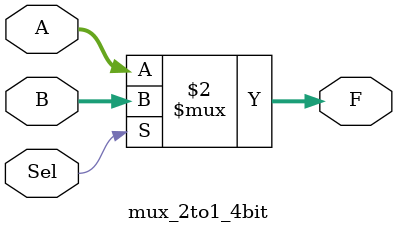
<source format=v>
`timescale 1ns/1ps

module mux_2to1_4bit(
    output wire [3:0] F, 
    input wire [3:0] A, B, 
    input wire Sel
);

    assign F = (Sel == 1'b0) ? A : B;

endmodule 
</source>
